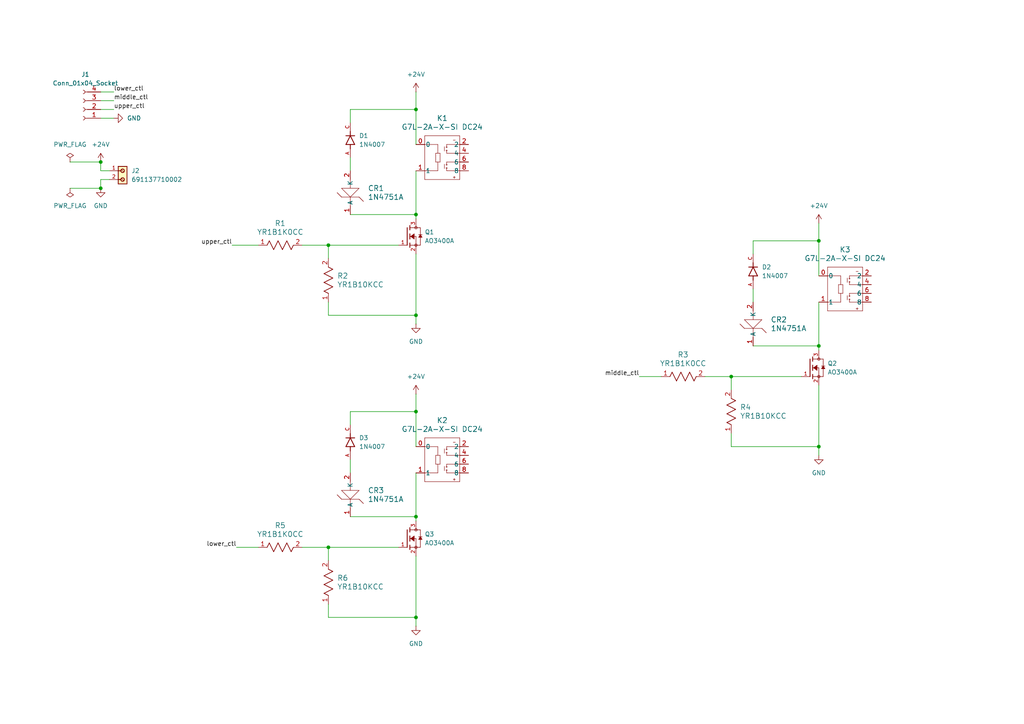
<source format=kicad_sch>
(kicad_sch (version 20250114) (generator "eeschema") (generator_version "9.0")
  (paper "A4")
  (title_block (title "VSI Double Pulse Test Circit Board"))
  (lib_symbols
    (symbol "VSI_DPT:1N4007" (pin_names (offset 1.016))
      (property "Reference" "D" (at -5.086 5.086 0))
      (property "Value" "1N4007" (at -5.0865 -5.0865 0))
      (symbol "1N4007_0_0"
        (polyline (pts (xy -2.54 0) (xy -1.27 0)) (stroke (width 0.254)))
        (polyline (pts (xy -1.27 1.27) (xy -1.27 -1.27)) (stroke (width 0.254)))
        (polyline (pts (xy -1.27 -1.27) (xy 1.27 0)) (stroke (width 0.254)))
        (polyline (pts (xy 1.27 1.27) (xy 1.27 -1.27)) (stroke (width 0.254)))
        (polyline (pts (xy 1.27 0) (xy -1.27 1.27)) (stroke (width 0.254)))
        (polyline (pts (xy 1.27 0) (xy 2.54 0)) (stroke (width 0.254)))
        (pin passive line (at -5.08 0 0) (length 2.54) (name "~") (number "A"))
        (pin passive line (at 5.08 0 180) (length 2.54) (name "~") (number "C"))
      )
    )
    (symbol "VSI_DPT:1N4751A" (pin_names (offset 0.254))
      (property "Reference" "CR" (at 6.35 5.08 0))
      (property "Value" "1N4751A" (at 6.604 -5.08 0))
      (symbol "1N4751A_1_1"
        (polyline (pts (xy 2.54 0) (xy 5.08 0)) (stroke (width 0.127)))
        (polyline (pts (xy 5.08 2.54) (xy 5.08 -2.54)) (stroke (width 0.127)))
        (polyline (pts (xy 5.08 2.54) (xy 7.62 0)) (stroke (width 0.127)))
        (polyline (pts (xy 5.08 -2.54) (xy 7.62 0)) (stroke (width 0.127)))
        (polyline (pts (xy 7.62 2.54) (xy 7.62 -2.54)) (stroke (width 0.127)))
        (polyline (pts (xy 7.62 2.54) (xy 8.89 3.81)))
        (polyline (pts (xy 7.62 -2.54) (xy 6.35 -3.81)))
        (polyline (pts (xy 10.16 0) (xy 7.62 0)) (stroke (width 0.127)))
        (pin unspecified line (at 0 0 0) (length 2.54) (name "K") (number "2"))
        (pin unspecified line (at 12.7 0 180) (length 2.54) (name "A") (number "1"))
      )
      (symbol "1N4751A_1_2"
        (polyline (pts (xy -1.905 3.81) (xy 1.905 3.81)) (stroke (width 0.2032)))
        (polyline (pts (xy 0 6.35) (xy -1.905 3.81)) (stroke (width 0.2032)))
        (polyline (pts (xy 0 6.35) (xy 0 7.62)) (stroke (width 0.2032)))
        (polyline (pts (xy 0 3.175) (xy 0 3.81)) (stroke (width 0.2032)))
        (polyline (pts (xy 0 2.54) (xy 0 3.4798)) (stroke (width 0.2032)))
        (polyline (pts (xy 1.905 6.35) (xy -1.905 6.35)) (stroke (width 0.2032)))
        (polyline (pts (xy 1.905 3.81) (xy 0 6.35)) (stroke (width 0.2032)))
      )
    )
    (symbol "VSI_DPT:691137710002" (pin_names (offset 1.016))
      (property "Reference" "J" (at -4.88 -0.922 0))
      (property "Value" "691137710002" (at -4.83 -2.58 0))
      (symbol "691137710002_0_0"
        (rectangle (start -3.81 -2.54) (end 1.27 0) (stroke (width 0.254)) (fill (type background)))
        (circle (center -2.54 -1.27) (radius 0.508) (stroke (width 0.254)))
        (polyline (pts (xy -2.54 -1.778) (xy -2.54 -2.54)) (stroke (width 0.254)))
        (polyline (pts (xy -2.286 -1.016) (xy -2.794 -1.524)) (stroke (width 0.1524)))
        (circle (center 0 -1.27) (radius 0.508) (stroke (width 0.254)))
        (polyline (pts (xy 0 -1.778) (xy 0 -2.54)) (stroke (width 0.254)))
        (polyline (pts (xy 0.254 -1.016) (xy -0.254 -1.524)) (stroke (width 0.1524)))
        (pin passive line (at -2.54 -5.08 90) (length 2.54) (name "~") (number "1"))
        (pin passive line (at 0 -5.08 90) (length 2.54) (name "~") (number "2"))
      )
    )
    (symbol "VSI_DPT:AO3400A" (pin_names (offset 1.016))
      (property "Reference" "Q" (at -8.89 2.54 0))
      (property "Value" "AO3400A" (at -8.89 -7.62 0))
      (symbol "AO3400A_0_0"
        (polyline (pts (xy 0 2.54) (xy 0 -2.54)) (stroke (width 0.254)))
        (polyline (pts (xy 0.762 3.175) (xy 0.762 2.54)) (stroke (width 0.254)))
        (polyline (pts (xy 0.762 2.54) (xy 0.762 1.905)) (stroke (width 0.254)))
        (polyline (pts (xy 0.762 2.54) (xy 3.81 2.54)) (stroke (width 0.1524)))
        (polyline (pts (xy 0.762 0.762) (xy 0.762 0)) (stroke (width 0.254)))
        (polyline (pts (xy 0.762 0) (xy 0.762 -0.762)) (stroke (width 0.254)))
        (polyline (pts (xy 0.762 0) (xy 2.54 0)) (stroke (width 0.1524)))
        (polyline (pts (xy 0.762 -1.905) (xy 0.762 -3.175)) (stroke (width 0.254)))
        (polyline (pts (xy 1.016 0) (xy 2.032 0.762) (xy 2.032 -0.762) (xy 1.016 0)) (stroke (width 0.1524)) (fill (type outline)))
        (circle (center 2.54 2.54) (radius 0.3592))
        (polyline (pts (xy 2.54 0) (xy 2.54 -2.54)) (stroke (width 0.1524)))
        (circle (center 2.54 -2.54) (radius 0.3592))
        (polyline (pts (xy 3.81 2.54) (xy 3.81 0.508)) (stroke (width 0.1524)))
        (polyline (pts (xy 3.81 0.508) (xy 3.302 0.508)) (stroke (width 0.1524)))
        (polyline (pts (xy 3.81 0.508) (xy 3.81 -2.54)) (stroke (width 0.1524)))
        (polyline (pts (xy 3.81 0.508) (xy 3.302 -0.254) (xy 4.318 -0.254) (xy 3.81 0.508)) (stroke (width 0.1524)) (fill (type outline)))
        (polyline (pts (xy 3.81 -2.54) (xy 0.762 -2.54)) (stroke (width 0.1524)))
        (polyline (pts (xy 4.318 0.508) (xy 3.81 0.508)) (stroke (width 0.1524)))
        (pin passive line (at -2.54 -2.54 0) (length 2.54) (name "~") (number "1"))
        (pin passive line (at 2.54 5.08 270) (length 2.54) (name "~") (number "3"))
        (pin passive line (at 2.54 -5.08 90) (length 2.54) (name "~") (number "2"))
      )
    )
    (symbol "VSI_DPT:Conn_01x04_Socket" (pin_names (offset 1.016) (hide yes))
      (property "Reference" "J" (at 0 5.08 0))
      (property "Value" "Conn_01x04_Socket" (at 0 -7.62 0))
      (symbol "Conn_01x04_Socket_1_1"
        (polyline (pts (xy -1.27 2.54) (xy -0.508 2.54)) (stroke (width 0.1524)))
        (polyline (pts (xy -1.27 0) (xy -0.508 0)) (stroke (width 0.1524)))
        (polyline (pts (xy -1.27 -2.54) (xy -0.508 -2.54)) (stroke (width 0.1524)))
        (polyline (pts (xy -1.27 -5.08) (xy -0.508 -5.08)) (stroke (width 0.1524)))
        (arc (start 0 2.032) (mid -0.5058 2.54) (end 0 3.048) (stroke (width 0.1524)))
        (arc (start 0 -0.508) (mid -0.5058 0) (end 0 0.508) (stroke (width 0.1524)))
        (arc (start 0 -3.048) (mid -0.5058 -2.54) (end 0 -2.032) (stroke (width 0.1524)))
        (arc (start 0 -5.588) (mid -0.5058 -5.08) (end 0 -4.572) (stroke (width 0.1524)))
        (pin passive line (at -5.08 2.54 0) (length 3.81) (name "Pin_1") (number "1"))
        (pin passive line (at -5.08 0 0) (length 3.81) (name "Pin_2") (number "2"))
        (pin passive line (at -5.08 -2.54 0) (length 3.81) (name "Pin_3") (number "3"))
        (pin passive line (at -5.08 -5.08 0) (length 3.81) (name "Pin_4") (number "4"))
      )
    )
    (symbol "VSI_DPT:G7L-2A-X-SI_DC24" (pin_names (offset 0.254))
      (property "Reference" "K" (at 13.335 8.255 0))
      (property "Value" "G7L-2A-X-SI DC24" (at 20.32 5.715 0))
      (symbol "G7L-2A-X-SI_DC24_0_1"
        (polyline (pts (xy 7.62 2.54) (xy 7.62 -10.16)) (stroke (width 0.127)))
        (polyline (pts (xy 7.62 0) (xy 11.43 0)) (stroke (width 0.127)))
        (polyline (pts (xy 7.62 -7.62) (xy 11.43 -7.62)) (stroke (width 0.127)))
        (polyline (pts (xy 7.62 -10.16) (xy 17.78 -10.16)) (stroke (width 0.127)))
        (polyline (pts (xy 10.795 -2.54) (xy 12.065 -2.54)) (stroke (width 0.127)))
        (polyline (pts (xy 10.795 -5.08) (xy 10.795 -2.54)) (stroke (width 0.127)))
        (polyline (pts (xy 11.43 -2.54) (xy 11.43 0)) (stroke (width 0.127)))
        (polyline (pts (xy 11.43 -7.62) (xy 11.43 -5.08)) (stroke (width 0.127)))
        (polyline (pts (xy 12.065 -5.08) (xy 10.795 -5.08)) (stroke (width 0.127)))
        (polyline (pts (xy 12.065 -5.08) (xy 12.065 -2.54)) (stroke (width 0.127)))
        (polyline (pts (xy 13.335 -0.635) (xy 13.335 -1.905)) (stroke (width 0.127)))
        (polyline (pts (xy 13.335 -5.715) (xy 13.335 -6.985)) (stroke (width 0.127)))
        (polyline (pts (xy 13.97 -0.635) (xy 13.97 0)) (stroke (width 0.127)))
        (circle (center 13.97 -0.7938) (radius 0.1524) (stroke (width 0.127)))
        (circle (center 13.97 -1.7463) (radius 0.1524) (stroke (width 0.127)))
        (polyline (pts (xy 13.97 -2.54) (xy 13.97 -1.905)) (stroke (width 0.127)))
        (polyline (pts (xy 13.97 -2.54) (xy 17.78 -2.54)) (stroke (width 0.127)))
        (polyline (pts (xy 13.97 -5.715) (xy 13.97 -5.08)) (stroke (width 0.127)))
        (circle (center 13.97 -5.8738) (radius 0.1524) (stroke (width 0.127)))
        (circle (center 13.97 -6.8263) (radius 0.1524) (stroke (width 0.127)))
        (polyline (pts (xy 13.97 -7.62) (xy 13.97 -6.985)) (stroke (width 0.127)))
        (polyline (pts (xy 15.875 -9.525) (xy 16.51 -9.525)) (stroke (width 0.127)))
        (polyline (pts (xy 16.1925 -9.2075) (xy 16.1925 -9.8425)) (stroke (width 0.127)))
        (polyline (pts (xy 16.51 1.27) (xy 15.875 1.27)) (stroke (width 0.127)))
        (polyline (pts (xy 17.78 2.54) (xy 7.62 2.54)) (stroke (width 0.127)))
        (polyline (pts (xy 17.78 0) (xy 13.97 0)) (stroke (width 0.127)))
        (polyline (pts (xy 17.78 -5.08) (xy 13.97 -5.08)) (stroke (width 0.127)))
        (polyline (pts (xy 17.78 -7.62) (xy 13.97 -7.62)) (stroke (width 0.127)))
        (polyline (pts (xy 17.78 -10.16) (xy 17.78 2.54)) (stroke (width 0.127)))
      )
      (symbol "G7L-2A-X-SI_DC24_1_1"
        (pin passive line (at 5.08 0 0) (length 2.54) (name "0") (number "0"))
        (pin passive line (at 5.08 -7.62 0) (length 2.54) (name "1") (number "1"))
        (pin passive line (at 20.32 0 180) (length 2.54) (name "2") (number "2"))
        (pin passive line (at 20.32 -2.54 180) (length 2.54) (name "4") (number "4"))
        (pin passive line (at 20.32 -5.08 180) (length 2.54) (name "6") (number "6"))
        (pin passive line (at 20.32 -7.62 180) (length 2.54) (name "8") (number "8"))
      )
    )
    (symbol "VSI_DPT:YR1B10KCC" (pin_names (offset 0.254))
      (property "Reference" "R" (at 5.715 3.81 0))
      (property "Value" "YR1B10KCC" (at 6.35 -3.81 0))
      (symbol "YR1B10KCC_1_1"
        (polyline (pts (xy 2.54 0) (xy 3.175 1.27)) (stroke (width 0.2032)))
        (polyline (pts (xy 3.175 1.27) (xy 4.445 -1.27)) (stroke (width 0.2032)))
        (polyline (pts (xy 4.445 -1.27) (xy 5.715 1.27)) (stroke (width 0.2032)))
        (polyline (pts (xy 5.715 1.27) (xy 6.985 -1.27)) (stroke (width 0.2032)))
        (polyline (pts (xy 6.985 -1.27) (xy 8.255 1.27)) (stroke (width 0.2032)))
        (polyline (pts (xy 8.255 1.27) (xy 9.525 -1.27)) (stroke (width 0.2032)))
        (polyline (pts (xy 9.525 -1.27) (xy 10.16 0)) (stroke (width 0.2032)))
        (pin unspecified line (at 0 0 0) (length 2.54) (name "") (number "1"))
        (pin unspecified line (at 12.7 0 180) (length 2.54) (name "") (number "2"))
      )
      (symbol "YR1B10KCC_1_2"
        (polyline (pts (xy 2.54 0) (xy 3.175 1.27)) (stroke (width 0.2032)))
        (polyline (pts (xy 3.175 1.27) (xy 4.445 -1.27)) (stroke (width 0.2032)))
        (polyline (pts (xy 4.445 -1.27) (xy 5.715 1.27)) (stroke (width 0.2032)))
        (polyline (pts (xy 5.715 1.27) (xy 6.985 -1.27)) (stroke (width 0.2032)))
        (polyline (pts (xy 6.985 -1.27) (xy 8.255 1.27)) (stroke (width 0.2032)))
        (polyline (pts (xy 8.255 1.27) (xy 9.525 -1.27)) (stroke (width 0.2032)))
        (polyline (pts (xy 9.525 -1.27) (xy 10.16 0)) (stroke (width 0.2032)))
        (pin unspecified line (at 0 0 0) (length 2.54) (name "") (number "1"))
        (pin unspecified line (at 12.7 0 180) (length 2.54) (name "") (number "2"))
      )
    )
    (symbol "VSI_DPT:YR1B1K0CC" (pin_names (offset 0.254))
      (property "Reference" "R" (at 5.715 3.81 0))
      (property "Value" "YR1B1K0CC" (at 6.35 -3.81 0))
      (symbol "YR1B1K0CC_1_1"
        (polyline (pts (xy 2.54 0) (xy 3.175 1.27)) (stroke (width 0.2032)))
        (polyline (pts (xy 3.175 1.27) (xy 4.445 -1.27)) (stroke (width 0.2032)))
        (polyline (pts (xy 4.445 -1.27) (xy 5.715 1.27)) (stroke (width 0.2032)))
        (polyline (pts (xy 5.715 1.27) (xy 6.985 -1.27)) (stroke (width 0.2032)))
        (polyline (pts (xy 6.985 -1.27) (xy 8.255 1.27)) (stroke (width 0.2032)))
        (polyline (pts (xy 8.255 1.27) (xy 9.525 -1.27)) (stroke (width 0.2032)))
        (polyline (pts (xy 9.525 -1.27) (xy 10.16 0)) (stroke (width 0.2032)))
        (pin unspecified line (at 0 0 0) (length 2.54) (name "") (number "1"))
        (pin unspecified line (at 12.7 0 180) (length 2.54) (name "") (number "2"))
      )
      (symbol "YR1B1K0CC_1_2"
        (polyline (pts (xy 2.54 0) (xy 3.175 1.27)) (stroke (width 0.2032)))
        (polyline (pts (xy 3.175 1.27) (xy 4.445 -1.27)) (stroke (width 0.2032)))
        (polyline (pts (xy 4.445 -1.27) (xy 5.715 1.27)) (stroke (width 0.2032)))
        (polyline (pts (xy 5.715 1.27) (xy 6.985 -1.27)) (stroke (width 0.2032)))
        (polyline (pts (xy 6.985 -1.27) (xy 8.255 1.27)) (stroke (width 0.2032)))
        (polyline (pts (xy 8.255 1.27) (xy 9.525 -1.27)) (stroke (width 0.2032)))
        (polyline (pts (xy 9.525 -1.27) (xy 10.16 0)) (stroke (width 0.2032)))
        (pin unspecified line (at 0 0 0) (length 2.54) (name "") (number "1"))
        (pin unspecified line (at 12.7 0 180) (length 2.54) (name "") (number "2"))
      )
    )
    (symbol "power:+24V" (power) (pin_numbers (hide yes)) (pin_names (offset 0) (hide yes))
      (property "Value" "+24V" (at 0 3.556 0))
      (symbol "+24V_0_1"
        (polyline (pts (xy -0.762 1.27) (xy 0 2.54)))
        (polyline (pts (xy 0 2.54) (xy 0.762 1.27)))
        (polyline (pts (xy 0 0) (xy 0 2.54)))
      )
      (symbol "+24V_1_1"
        (pin power_in line (at 0 0 90) (length 0) (name "~") (number "1"))
      )
    )
    (symbol "power:GND" (power) (pin_numbers (hide yes)) (pin_names (offset 0) (hide yes))
      (property "Value" "GND" (at 0 -3.81 0))
      (symbol "GND_0_1"
        (polyline (pts (xy 0 0) (xy 0 -1.27) (xy 1.27 -1.27) (xy 0 -2.54) (xy -1.27 -1.27) (xy 0 -1.27)))
      )
      (symbol "GND_1_1"
        (pin power_in line (at 0 0 270) (length 0) (name "~") (number "1"))
      )
    )
    (symbol "power:PWR_FLAG" (power) (pin_numbers (hide yes)) (pin_names (offset 0) (hide yes))
      (property "Value" "PWR_FLAG" (at 0 3.81 0))
      (symbol "PWR_FLAG_0_0"
        (pin power_out line (at 0 0 90) (length 0) (name "~") (number "1"))
      )
      (symbol "PWR_FLAG_0_1"
        (polyline (pts (xy 0 0) (xy 0 1.27) (xy -1.016 1.905) (xy 0 2.54) (xy 1.016 1.905) (xy 0 1.27)))
      )
    )
  )
  (junction (at 95.25 158.75))
  (junction (at 120.65 149.86))
  (junction (at 237.49 129.54))
  (junction (at 237.49 69.85))
  (junction (at 120.65 31.75))
  (junction (at 29.21 46.99))
  (junction (at 120.65 91.44))
  (junction (at 212.09 109.22))
  (junction (at 120.65 179.07))
  (junction (at 120.65 62.23))
  (junction (at 95.25 71.12))
  (junction (at 120.65 119.38))
  (junction (at 29.21 54.61))
  (junction (at 237.49 100.33))
  (wire (pts (xy 29.21 46.99) (xy 29.21 49.53)))
  (wire (pts (xy 87.63 71.12) (xy 95.25 71.12)))
  (wire (pts (xy 212.09 109.22) (xy 212.09 113.03)))
  (wire (pts (xy 95.25 71.12) (xy 115.57 71.12)))
  (wire (pts (xy 95.25 71.12) (xy 95.25 74.93)))
  (wire (pts (xy 120.65 137.16) (xy 120.65 149.86)))
  (wire (pts (xy 218.44 69.85) (xy 237.49 69.85)))
  (wire (pts (xy 237.49 101.6) (xy 237.49 100.33)))
  (wire (pts (xy 101.6 35.56) (xy 101.6 31.75)))
  (wire (pts (xy 95.25 91.44) (xy 95.25 87.63)))
  (wire (pts (xy 237.49 87.63) (xy 237.49 100.33)))
  (wire (pts (xy 237.49 69.85) (xy 237.49 80.01)))
  (wire (pts (xy 95.25 91.44) (xy 120.65 91.44)))
  (wire (pts (xy 212.09 129.54) (xy 237.49 129.54)))
  (wire (pts (xy 218.44 83.82) (xy 218.44 87.63)))
  (wire (pts (xy 212.09 109.22) (xy 232.41 109.22)))
  (wire (pts (xy 237.49 129.54) (xy 237.49 132.08)))
  (wire (pts (xy 87.63 158.75) (xy 95.25 158.75)))
  (wire (pts (xy 120.65 161.29) (xy 120.65 179.07)))
  (wire (pts (xy 101.6 133.35) (xy 101.6 137.16)))
  (wire (pts (xy 237.49 111.76) (xy 237.49 129.54)))
  (wire (pts (xy 20.32 54.61) (xy 29.21 54.61)))
  (wire (pts (xy 29.21 49.53) (xy 31.75 49.53)))
  (wire (pts (xy 120.65 26.67) (xy 120.65 31.75)))
  (wire (pts (xy 212.09 129.54) (xy 212.09 125.73)))
  (wire (pts (xy 29.21 52.07) (xy 31.75 52.07)))
  (wire (pts (xy 120.65 73.66) (xy 120.65 91.44)))
  (wire (pts (xy 95.25 158.75) (xy 95.25 162.56)))
  (wire (pts (xy 120.65 91.44) (xy 120.65 93.98)))
  (wire (pts (xy 120.65 149.86) (xy 101.6 149.86)))
  (wire (pts (xy 29.21 26.67) (xy 33.02 26.67)))
  (wire (pts (xy 120.65 62.23) (xy 101.6 62.23)))
  (wire (pts (xy 218.44 73.66) (xy 218.44 69.85)))
  (wire (pts (xy 101.6 45.72) (xy 101.6 49.53)))
  (wire (pts (xy 95.25 158.75) (xy 115.57 158.75)))
  (wire (pts (xy 185.42 109.22) (xy 191.77 109.22)))
  (wire (pts (xy 120.65 63.5) (xy 120.65 62.23)))
  (wire (pts (xy 95.25 179.07) (xy 95.25 175.26)))
  (wire (pts (xy 120.65 179.07) (xy 120.65 181.61)))
  (wire (pts (xy 237.49 64.77) (xy 237.49 69.85)))
  (wire (pts (xy 29.21 31.75) (xy 33.02 31.75)))
  (wire (pts (xy 68.58 158.75) (xy 74.93 158.75)))
  (wire (pts (xy 101.6 31.75) (xy 120.65 31.75)))
  (wire (pts (xy 29.21 29.21) (xy 33.02 29.21)))
  (wire (pts (xy 120.65 114.3) (xy 120.65 119.38)))
  (wire (pts (xy 67.31 71.12) (xy 74.93 71.12)))
  (wire (pts (xy 120.65 151.13) (xy 120.65 149.86)))
  (wire (pts (xy 20.32 46.99) (xy 29.21 46.99)))
  (wire (pts (xy 29.21 54.61) (xy 29.21 52.07)))
  (wire (pts (xy 237.49 100.33) (xy 218.44 100.33)))
  (wire (pts (xy 95.25 179.07) (xy 120.65 179.07)))
  (wire (pts (xy 120.65 49.53) (xy 120.65 62.23)))
  (wire (pts (xy 101.6 123.19) (xy 101.6 119.38)))
  (wire (pts (xy 101.6 119.38) (xy 120.65 119.38)))
  (wire (pts (xy 120.65 119.38) (xy 120.65 129.54)))
  (wire (pts (xy 120.65 31.75) (xy 120.65 41.91)))
  (wire (pts (xy 29.21 34.29) (xy 33.02 34.29)))
  (wire (pts (xy 204.47 109.22) (xy 212.09 109.22)))
  (label "middle_ctl" (at 185.42 109.22 180))
  (label "middle_ctl" (at 33.02 29.21 0))
  (label "upper_ctl" (at 33.02 31.75 0))
  (label "lower_ctl" (at 68.58 158.75 180))
  (label "lower_ctl" (at 33.02 26.67 0))
  (label "upper_ctl" (at 67.31 71.12 180))
  (symbol (lib_id "VSI_DPT:YR1B1K0CC") (at 191.77 109.22 0) (unit 1)
    (property "Reference" "R3" (at 198.12 102.87 0) (effects (font (size 1.524 1.524))))
    (property "Value" "YR1B1K0CC" (at 198.12 105.41 0) (effects (font (size 1.524 1.524))))
    (property "Footprint" "VSI_DPT:YR1B1K0CC" (effects (hide yes)))
    (property "Datasheet" "https://www.te.com/commerce/DocumentDelivery/DDEController?Action=srchrtrv&DocNm=1773265&DocType=Data+Sheet&DocLang=English&PartCntxt=2-1676913-6&DocFormat=pdf" (effects (hide yes)))
  )
  (symbol (lib_id "VSI_DPT:1N4007") (at 218.44 78.74 90) (unit 1)
    (property "Reference" "D2" (at 220.98 77.4699 90) (effects (justify right)))
    (property "Value" "1N4007" (at 220.98 80.0099 90) (effects (justify right)))
    (property "Footprint" "VSI_DPT:DIOAD1060W80L520D270" (effects (hide yes)))
    (property "PARTREV" "G" (effects (hide yes)))
    (property "MANUFACTURER" "ON Semiconductor" (effects (hide yes)))
    (property "STANDARD" "IPC2222A" (effects (hide yes)))
  )
  (symbol (lib_id "VSI_DPT:G7L-2A-X-SI_DC24") (at 232.41 80.01 0) (unit 1)
    (property "Reference" "K3" (at 245.11 72.39 0) (effects (font (size 1.524 1.524))))
    (property "Value" "G7L-2A-X-SI DC24" (at 245.11 74.93 0) (effects (font (size 1.524 1.524))))
    (property "Footprint" "VSI_DPT:RELAY_G7L-2A-X_OMR" (effects (hide yes)))
    (property "Datasheet" "G7L-2A-X-SI DC24" (effects (hide yes)))
  )
  (symbol (lib_id "VSI_DPT:YR1B1K0CC") (at 74.93 71.12 0) (unit 1)
    (property "Reference" "R1" (at 81.28 64.77 0) (effects (font (size 1.524 1.524))))
    (property "Value" "YR1B1K0CC" (at 81.28 67.31 0) (effects (font (size 1.524 1.524))))
    (property "Footprint" "VSI_DPT:YR1B1K0CC" (effects (hide yes)))
    (property "Datasheet" "https://www.te.com/commerce/DocumentDelivery/DDEController?Action=srchrtrv&DocNm=1773265&DocType=Data+Sheet&DocLang=English&PartCntxt=2-1676913-6&DocFormat=pdf" (effects (hide yes)))
  )
  (symbol (lib_id "VSI_DPT:YR1B10KCC") (at 95.25 87.63 90) (unit 1)
    (property "Reference" "R2" (at 97.79 80.0099 90) (effects (font (size 1.524 1.524)) (justify right)))
    (property "Value" "YR1B10KCC" (at 97.79 82.5499 90) (effects (font (size 1.524 1.524)) (justify right)))
    (property "Footprint" "VSI_DPT:YR1B10KCC" (effects (hide yes)))
    (property "Datasheet" "https://www.te.com/commerce/DocumentDelivery/DDEController?Action=srchrtrv&DocNm=1773265&DocType=Data+Sheet&DocLang=English&PartCntxt=2-1676913-6&DocFormat=pdf" (effects (hide yes)))
  )
  (symbol (lib_id "VSI_DPT:1N4751A") (at 101.6 137.16 270) (unit 1)
    (property "Reference" "CR3" (at 106.68 142.2399 90) (effects (font (size 1.524 1.524)) (justify left)))
    (property "Value" "1N4751A" (at 106.68 144.7799 90) (effects (font (size 1.524 1.524)) (justify left)))
    (property "Footprint" "VSI_DPT:DIODE_AFL-W2Y1.8D_MOT" (effects (hide yes)))
    (property "Datasheet" "1N4751A" (effects (hide yes)))
  )
  (symbol (lib_id "power:GND") (at 237.49 132.08 0) (unit 1)
    (property "Reference" "#PWR06" (effects (hide yes)))
    (property "Value" "GND" (at 237.49 137.16 0))
    (property "Description" "Power symbol creates a global label with name \"GND\" , ground" (effects (hide yes)))
  )
  (symbol (lib_id "VSI_DPT:691137710002") (at 36.83 52.07 270) (unit 1)
    (property "Reference" "J2" (at 38.1 49.5299 90) (effects (justify left)))
    (property "Value" "691137710002" (at 38.1 52.0699 90) (effects (justify left)))
    (property "Footprint" "VSI_DPT:691137710002" (effects (hide yes)))
  )
  (symbol (lib_id "power:+24V") (at 237.49 64.77 0) (unit 1)
    (property "Reference" "#PWR05" (effects (hide yes)))
    (property "Value" "+24V" (at 237.49 59.69 0))
    (property "Description" "Power symbol creates a global label with name \"+24V\"" (effects (hide yes)))
  )
  (symbol (lib_id "VSI_DPT:AO3400A") (at 234.95 106.68 0) (unit 1)
    (property "Reference" "Q2" (at 240.03 105.4099 0) (effects (justify left)))
    (property "Value" "AO3400A" (at 240.03 107.9499 0) (effects (justify left)))
    (property "Footprint" "VSI_DPT:SOT95P280X125-3N" (effects (hide yes)))
    (property "PARTREV" "L" (effects (hide yes)))
    (property "STANDARD" "IPC 7351B" (effects (hide yes)))
    (property "MAXIMUM_PACKAGE_HEIGHT" "1.25 mm" (effects (hide yes)))
    (property "MANUFACTURER" "Alpha & Omega Semiconductor" (effects (hide yes)))
  )
  (symbol (lib_id "VSI_DPT:YR1B10KCC") (at 95.25 175.26 90) (unit 1)
    (property "Reference" "R6" (at 97.79 167.6399 90) (effects (font (size 1.524 1.524)) (justify right)))
    (property "Value" "YR1B10KCC" (at 97.79 170.1799 90) (effects (font (size 1.524 1.524)) (justify right)))
    (property "Footprint" "VSI_DPT:YR1B10KCC" (effects (hide yes)))
    (property "Datasheet" "https://www.te.com/commerce/DocumentDelivery/DDEController?Action=srchrtrv&DocNm=1773265&DocType=Data+Sheet&DocLang=English&PartCntxt=2-1676913-6&DocFormat=pdf" (effects (hide yes)))
  )
  (symbol (lib_id "VSI_DPT:AO3400A") (at 118.11 68.58 0) (unit 1)
    (property "Reference" "Q1" (at 123.19 67.3099 0) (effects (justify left)))
    (property "Value" "AO3400A" (at 123.19 69.8499 0) (effects (justify left)))
    (property "Footprint" "VSI_DPT:SOT95P280X125-3N" (effects (hide yes)))
    (property "PARTREV" "L" (effects (hide yes)))
    (property "STANDARD" "IPC 7351B" (effects (hide yes)))
    (property "MAXIMUM_PACKAGE_HEIGHT" "1.25 mm" (effects (hide yes)))
    (property "MANUFACTURER" "Alpha & Omega Semiconductor" (effects (hide yes)))
  )
  (symbol (lib_id "VSI_DPT:G7L-2A-X-SI_DC24") (at 115.57 129.54 0) (unit 1)
    (property "Reference" "K2" (at 128.27 121.92 0) (effects (font (size 1.524 1.524))))
    (property "Value" "G7L-2A-X-SI DC24" (at 128.27 124.46 0) (effects (font (size 1.524 1.524))))
    (property "Footprint" "VSI_DPT:RELAY_G7L-2A-X_OMR" (effects (hide yes)))
    (property "Datasheet" "G7L-2A-X-SI DC24" (effects (hide yes)))
  )
  (symbol (lib_id "power:GND") (at 120.65 181.61 0) (unit 1)
    (property "Reference" "#PWR08" (effects (hide yes)))
    (property "Value" "GND" (at 120.65 186.69 0))
    (property "Description" "Power symbol creates a global label with name \"GND\" , ground" (effects (hide yes)))
  )
  (symbol (lib_id "VSI_DPT:AO3400A") (at 118.11 156.21 0) (unit 1)
    (property "Reference" "Q3" (at 123.19 154.9399 0) (effects (justify left)))
    (property "Value" "AO3400A" (at 123.19 157.4799 0) (effects (justify left)))
    (property "Footprint" "VSI_DPT:SOT95P280X125-3N" (effects (hide yes)))
    (property "PARTREV" "L" (effects (hide yes)))
    (property "STANDARD" "IPC 7351B" (effects (hide yes)))
    (property "MAXIMUM_PACKAGE_HEIGHT" "1.25 mm" (effects (hide yes)))
    (property "MANUFACTURER" "Alpha & Omega Semiconductor" (effects (hide yes)))
  )
  (symbol (lib_id "power:PWR_FLAG") (at 20.32 46.99 0) (unit 1)
    (property "Reference" "#FLG01" (effects (hide yes)))
    (property "Value" "PWR_FLAG" (at 20.32 41.91 0))
    (property "Description" "Special symbol for telling ERC where power comes from" (effects (hide yes)))
  )
  (symbol (lib_id "power:GND") (at 29.21 54.61 0) (unit 1)
    (property "Reference" "#PWR04" (effects (hide yes)))
    (property "Value" "GND" (at 29.21 59.69 0))
    (property "Description" "Power symbol creates a global label with name \"GND\" , ground" (effects (hide yes)))
  )
  (symbol (lib_id "power:PWR_FLAG") (at 20.32 54.61 180) (unit 1)
    (property "Reference" "#FLG02" (effects (hide yes)))
    (property "Value" "PWR_FLAG" (at 20.32 59.69 0))
    (property "Description" "Special symbol for telling ERC where power comes from" (effects (hide yes)))
  )
  (symbol (lib_id "power:GND") (at 120.65 93.98 0) (unit 1)
    (property "Reference" "#PWR01" (effects (hide yes)))
    (property "Value" "GND" (at 120.65 99.06 0))
    (property "Description" "Power symbol creates a global label with name \"GND\" , ground" (effects (hide yes)))
  )
  (symbol (lib_id "VSI_DPT:YR1B10KCC") (at 212.09 125.73 90) (unit 1)
    (property "Reference" "R4" (at 214.63 118.1099 90) (effects (font (size 1.524 1.524)) (justify right)))
    (property "Value" "YR1B10KCC" (at 214.63 120.6499 90) (effects (font (size 1.524 1.524)) (justify right)))
    (property "Footprint" "VSI_DPT:YR1B10KCC" (effects (hide yes)))
    (property "Datasheet" "https://www.te.com/commerce/DocumentDelivery/DDEController?Action=srchrtrv&DocNm=1773265&DocType=Data+Sheet&DocLang=English&PartCntxt=2-1676913-6&DocFormat=pdf" (effects (hide yes)))
  )
  (symbol (lib_id "VSI_DPT:YR1B1K0CC") (at 74.93 158.75 0) (unit 1)
    (property "Reference" "R5" (at 81.28 152.4 0) (effects (font (size 1.524 1.524))))
    (property "Value" "YR1B1K0CC" (at 81.28 154.94 0) (effects (font (size 1.524 1.524))))
    (property "Footprint" "VSI_DPT:YR1B1K0CC" (effects (hide yes)))
    (property "Datasheet" "https://www.te.com/commerce/DocumentDelivery/DDEController?Action=srchrtrv&DocNm=1773265&DocType=Data+Sheet&DocLang=English&PartCntxt=2-1676913-6&DocFormat=pdf" (effects (hide yes)))
  )
  (symbol (lib_id "power:GND") (at 33.02 34.29 90) (unit 1)
    (property "Reference" "#PWR09" (effects (hide yes)))
    (property "Value" "GND" (at 36.83 34.2899 90) (effects (justify right)))
    (property "Description" "Power symbol creates a global label with name \"GND\" , ground" (effects (hide yes)))
  )
  (symbol (lib_id "power:+24V") (at 120.65 26.67 0) (unit 1)
    (property "Reference" "#PWR03" (effects (hide yes)))
    (property "Value" "+24V" (at 120.65 21.59 0))
    (property "Description" "Power symbol creates a global label with name \"+24V\"" (effects (hide yes)))
  )
  (symbol (lib_id "power:+24V") (at 29.21 46.99 0) (unit 1)
    (property "Reference" "#PWR02" (effects (hide yes)))
    (property "Value" "+24V" (at 29.21 41.91 0))
    (property "Description" "Power symbol creates a global label with name \"+24V\"" (effects (hide yes)))
  )
  (symbol (lib_id "VSI_DPT:Conn_01x04_Socket") (at 24.13 31.75 180) (unit 1)
    (property "Reference" "J1" (at 24.765 21.59 0))
    (property "Value" "Conn_01x04_Socket" (at 24.765 24.13 0))
    (property "Footprint" "VSI_DPT:PinSocket_1x04_P2.54mm_Vertical" (effects (hide yes)))
    (property "Description" "Generic connector, single row, 01x04, script generated" (effects (hide yes)))
  )
  (symbol (lib_id "power:+24V") (at 120.65 114.3 0) (unit 1)
    (property "Reference" "#PWR07" (effects (hide yes)))
    (property "Value" "+24V" (at 120.65 109.22 0))
    (property "Description" "Power symbol creates a global label with name \"+24V\"" (effects (hide yes)))
  )
  (symbol (lib_id "VSI_DPT:1N4751A") (at 101.6 49.53 270) (unit 1)
    (property "Reference" "CR1" (at 106.68 54.6099 90) (effects (font (size 1.524 1.524)) (justify left)))
    (property "Value" "1N4751A" (at 106.68 57.1499 90) (effects (font (size 1.524 1.524)) (justify left)))
    (property "Footprint" "VSI_DPT:DIODE_AFL-W2Y1.8D_MOT" (effects (hide yes)))
    (property "Datasheet" "1N4751A" (effects (hide yes)))
  )
  (symbol (lib_id "VSI_DPT:G7L-2A-X-SI_DC24") (at 115.57 41.91 0) (unit 1)
    (property "Reference" "K1" (at 128.27 34.29 0) (effects (font (size 1.524 1.524))))
    (property "Value" "G7L-2A-X-SI DC24" (at 128.27 36.83 0) (effects (font (size 1.524 1.524))))
    (property "Footprint" "VSI_DPT:RELAY_G7L-2A-X_OMR" (effects (hide yes)))
    (property "Datasheet" "G7L-2A-X-SI DC24" (effects (hide yes)))
  )
  (symbol (lib_id "VSI_DPT:1N4007") (at 101.6 40.64 90) (unit 1)
    (property "Reference" "D1" (at 104.14 39.3699 90) (effects (justify right)))
    (property "Value" "1N4007" (at 104.14 41.9099 90) (effects (justify right)))
    (property "Footprint" "VSI_DPT:DIOAD1060W80L520D270" (effects (hide yes)))
    (property "PARTREV" "G" (effects (hide yes)))
    (property "MANUFACTURER" "ON Semiconductor" (effects (hide yes)))
    (property "STANDARD" "IPC2222A" (effects (hide yes)))
  )
  (symbol (lib_id "VSI_DPT:1N4751A") (at 218.44 87.63 270) (unit 1)
    (property "Reference" "CR2" (at 223.52 92.7099 90) (effects (font (size 1.524 1.524)) (justify left)))
    (property "Value" "1N4751A" (at 223.52 95.2499 90) (effects (font (size 1.524 1.524)) (justify left)))
    (property "Footprint" "VSI_DPT:DIODE_AFL-W2Y1.8D_MOT" (effects (hide yes)))
    (property "Datasheet" "1N4751A" (effects (hide yes)))
  )
  (symbol (lib_id "VSI_DPT:1N4007") (at 101.6 128.27 90) (unit 1)
    (property "Reference" "D3" (at 104.14 126.9999 90) (effects (justify right)))
    (property "Value" "1N4007" (at 104.14 129.5399 90) (effects (justify right)))
    (property "Footprint" "VSI_DPT:DIOAD1060W80L520D270" (effects (hide yes)))
    (property "PARTREV" "G" (effects (hide yes)))
    (property "MANUFACTURER" "ON Semiconductor" (effects (hide yes)))
    (property "STANDARD" "IPC2222A" (effects (hide yes)))
  )
)
</source>
